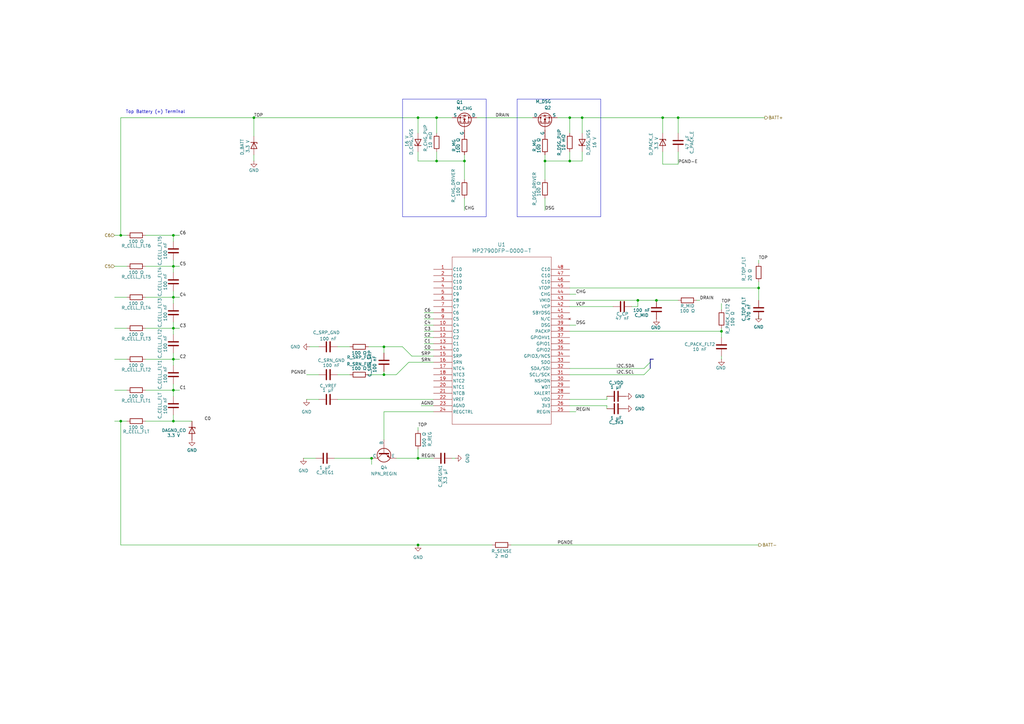
<source format=kicad_sch>
(kicad_sch (version 20250114) (generator "eeschema") (generator_version "9.0")
  (paper "A3")
  (lib_symbols
    (symbol "Device:C" (pin_numbers (hide yes)) (pin_names (offset 0.254))
      (property "Reference" "C" (at 0.635 2.54 0))
      (property "Value" "C" (at 0.635 -2.54 0))
      (symbol "C_0_1"
        (polyline (pts (xy -2.032 0.762) (xy 2.032 0.762)) (stroke (width 0.508)))
        (polyline (pts (xy -2.032 -0.762) (xy 2.032 -0.762)) (stroke (width 0.508)))
      )
      (symbol "C_1_1"
        (pin passive line (at 0 3.81 270) (length 2.794) (name "~") (number "1"))
        (pin passive line (at 0 -3.81 90) (length 2.794) (name "~") (number "2"))
      )
    )
    (symbol "Device:D_Zener" (pin_numbers (hide yes)) (pin_names (offset 1.016) (hide yes))
      (property "Reference" "D" (at 0 2.54 0))
      (property "Value" "D_Zener" (at 0 -2.54 0))
      (symbol "D_Zener_0_1"
        (polyline (pts (xy -1.27 -1.27) (xy -1.27 1.27) (xy -0.762 1.27)) (stroke (width 0.254)))
        (polyline (pts (xy 1.27 0) (xy -1.27 0)))
        (polyline (pts (xy 1.27 -1.27) (xy 1.27 1.27) (xy -1.27 0) (xy 1.27 -1.27)) (stroke (width 0.254)))
      )
      (symbol "D_Zener_1_1"
        (pin passive line (at -3.81 0 0) (length 2.54) (name "K") (number "1"))
        (pin passive line (at 3.81 0 180) (length 2.54) (name "A") (number "2"))
      )
    )
    (symbol "Device:R" (pin_numbers (hide yes)) (pin_names (offset 0))
      (property "Reference" "R" (at 2.032 0 90))
      (property "Value" "R" (at 0 0 90))
      (symbol "R_0_1"
        (rectangle (start -1.016 -2.54) (end 1.016 2.54) (stroke (width 0.254)))
      )
      (symbol "R_1_1"
        (pin passive line (at 0 3.81 270) (length 1.27) (name "~") (number "1"))
        (pin passive line (at 0 -3.81 90) (length 1.27) (name "~") (number "2"))
      )
    )
    (symbol "MP2790:MP2790DFP-0000-T" (pin_names (offset 0.254))
      (property "Reference" "U" (at 27.94 10.16 0))
      (property "Value" "MP2790DFP-0000-T" (at 27.94 7.62 0))
      (symbol "MP2790DFP-0000-T_0_1"
        (polyline (pts (xy 7.62 5.08) (xy 7.62 -63.5)) (stroke (width 0.127)))
        (polyline (pts (xy 7.62 -63.5) (xy 48.26 -63.5)) (stroke (width 0.127)))
        (polyline (pts (xy 48.26 5.08) (xy 7.62 5.08)) (stroke (width 0.127)))
        (polyline (pts (xy 48.26 -63.5) (xy 48.26 5.08)) (stroke (width 0.127)))
        (pin input line (at 0 0 0) (length 7.62) (name "C10") (number "1"))
        (pin input line (at 0 -2.54 0) (length 7.62) (name "C10") (number "2"))
        (pin input line (at 0 -5.08 0) (length 7.62) (name "C10") (number "3"))
        (pin input line (at 0 -7.62 0) (length 7.62) (name "C10") (number "4"))
        (pin input line (at 0 -10.16 0) (length 7.62) (name "C9") (number "5"))
        (pin input line (at 0 -12.7 0) (length 7.62) (name "C8") (number "6"))
        (pin input line (at 0 -15.24 0) (length 7.62) (name "C7") (number "7"))
        (pin input line (at 0 -17.78 0) (length 7.62) (name "C6") (number "8"))
        (pin input line (at 0 -20.32 0) (length 7.62) (name "C5") (number "9"))
        (pin input line (at 0 -22.86 0) (length 7.62) (name "C4") (number "10"))
        (pin input line (at 0 -25.4 0) (length 7.62) (name "C3") (number "11"))
        (pin input line (at 0 -27.94 0) (length 7.62) (name "C2") (number "12"))
        (pin input line (at 0 -30.48 0) (length 7.62) (name "C1") (number "13"))
        (pin input line (at 0 -33.02 0) (length 7.62) (name "C0") (number "14"))
        (pin input line (at 0 -35.56 0) (length 7.62) (name "SRP") (number "15"))
        (pin input line (at 0 -38.1 0) (length 7.62) (name "SRN") (number "16"))
        (pin input line (at 0 -40.64 0) (length 7.62) (name "NTC4") (number "17"))
        (pin input line (at 0 -43.18 0) (length 7.62) (name "NTC3") (number "18"))
        (pin input line (at 0 -45.72 0) (length 7.62) (name "NTC2") (number "19"))
        (pin input line (at 0 -48.26 0) (length 7.62) (name "NTC1") (number "20"))
        (pin output line (at 0 -50.8 0) (length 7.62) (name "NTCB") (number "21"))
        (pin power_in line (at 0 -53.34 0) (length 7.62) (name "VREF") (number "22"))
        (pin power_in line (at 0 -55.88 0) (length 7.62) (name "AGND") (number "23"))
        (pin power_in line (at 0 -58.42 0) (length 7.62) (name "REGCTRL") (number "24"))
        (pin input line (at 55.88 0 180) (length 7.62) (name "C10") (number "48"))
        (pin input line (at 55.88 -2.54 180) (length 7.62) (name "C10") (number "47"))
        (pin input line (at 55.88 -5.08 180) (length 7.62) (name "C10") (number "46"))
        (pin power_in line (at 55.88 -7.62 180) (length 7.62) (name "VTOP") (number "45"))
        (pin output line (at 55.88 -10.16 180) (length 7.62) (name "CHG") (number "44"))
        (pin power_in line (at 55.88 -12.7 180) (length 7.62) (name "VMID") (number "43"))
        (pin power_in line (at 55.88 -15.24 180) (length 7.62) (name "VCP") (number "42"))
        (pin output line (at 55.88 -17.78 180) (length 7.62) (name "SBYDSG") (number "41"))
        (pin no_connect line (at 55.88 -20.32 180) (length 7.62) (name "N/C") (number "40"))
        (pin output line (at 55.88 -22.86 180) (length 7.62) (name "DSG") (number "39"))
        (pin bidirectional line (at 55.88 -25.4 180) (length 7.62) (name "PACKP") (number "38"))
        (pin bidirectional line (at 55.88 -27.94 180) (length 7.62) (name "GPIOHV1") (number "37"))
        (pin bidirectional line (at 55.88 -30.48 180) (length 7.62) (name "GPIO1") (number "36"))
        (pin bidirectional line (at 55.88 -33.02 180) (length 7.62) (name "GPIO2") (number "35"))
        (pin bidirectional line (at 55.88 -35.56 180) (length 7.62) (name "GPIO3/NCS") (number "34"))
        (pin output line (at 55.88 -38.1 180) (length 7.62) (name "SDO") (number "33"))
        (pin bidirectional line (at 55.88 -40.64 180) (length 7.62) (name "SDA/SDI") (number "32"))
        (pin input line (at 55.88 -43.18 180) (length 7.62) (name "SCL/SCK") (number "31"))
        (pin input line (at 55.88 -45.72 180) (length 7.62) (name "NSHDN") (number "30"))
        (pin bidirectional line (at 55.88 -48.26 180) (length 7.62) (name "WDT") (number "29"))
        (pin output line (at 55.88 -50.8 180) (length 7.62) (name "XALERT") (number "28"))
        (pin power_in line (at 55.88 -53.34 180) (length 7.62) (name "VDD") (number "27"))
        (pin power_in line (at 55.88 -55.88 180) (length 7.62) (name "3V3") (number "26"))
        (pin power_in line (at 55.88 -58.42 180) (length 7.62) (name "REGIN") (number "25"))
      )
    )
    (symbol "Simulation_SPICE:NMOS" (pin_numbers (hide yes)) (pin_names (offset 0))
      (property "Reference" "Q" (at 5.08 1.27 0))
      (property "Value" "NMOS" (at 5.08 -1.27 0))
      (symbol "NMOS_0_1"
        (polyline (pts (xy 0.254 1.905) (xy 0.254 -1.905)) (stroke (width 0.254)))
        (polyline (pts (xy 0.254 0) (xy -2.54 0)))
        (polyline (pts (xy 0.762 2.286) (xy 0.762 1.27)) (stroke (width 0.254)))
        (polyline (pts (xy 0.762 0.508) (xy 0.762 -0.508)) (stroke (width 0.254)))
        (polyline (pts (xy 0.762 -1.27) (xy 0.762 -2.286)) (stroke (width 0.254)))
        (polyline (pts (xy 0.762 -1.778) (xy 3.302 -1.778) (xy 3.302 1.778) (xy 0.762 1.778)))
        (polyline (pts (xy 1.016 0) (xy 2.032 0.381) (xy 2.032 -0.381) (xy 1.016 0)) (fill (type outline)))
        (circle (center 1.651 0) (radius 2.794) (stroke (width 0.254)))
        (polyline (pts (xy 2.54 2.54) (xy 2.54 1.778)))
        (circle (center 2.54 1.778) (radius 0.254) (fill (type outline)))
        (circle (center 2.54 -1.778) (radius 0.254) (fill (type outline)))
        (polyline (pts (xy 2.54 -2.54) (xy 2.54 0) (xy 0.762 0)))
        (polyline (pts (xy 2.794 0.508) (xy 2.921 0.381) (xy 3.683 0.381) (xy 3.81 0.254)))
        (polyline (pts (xy 3.302 0.381) (xy 2.921 -0.254) (xy 3.683 -0.254) (xy 3.302 0.381)))
      )
      (symbol "NMOS_1_1"
        (pin input line (at -5.08 0 0) (length 2.54) (name "G") (number "2"))
        (pin passive line (at 2.54 5.08 270) (length 2.54) (name "D") (number "1"))
        (pin passive line (at 2.54 -5.08 90) (length 2.54) (name "S") (number "3"))
      )
    )
    (symbol "Simulation_SPICE:NPN" (pin_numbers (hide yes)) (pin_names (offset 0))
      (property "Reference" "Q" (at -2.54 7.62 0))
      (property "Value" "NPN" (at -2.54 5.08 0))
      (symbol "NPN_0_1"
        (polyline (pts (xy -2.54 0) (xy 0.635 0)) (stroke (width 0.1524)))
        (polyline (pts (xy 0.635 1.905) (xy 0.635 -1.905) (xy 0.635 -1.905)) (stroke (width 0.508)))
        (polyline (pts (xy 0.635 0.635) (xy 2.54 2.54)))
        (polyline (pts (xy 0.635 -0.635) (xy 2.54 -2.54) (xy 2.54 -2.54)))
        (circle (center 1.27 0) (radius 2.8194) (stroke (width 0.254)))
        (polyline (pts (xy 1.27 -1.778) (xy 1.778 -1.27) (xy 2.286 -2.286) (xy 1.27 -1.778) (xy 1.27 -1.778)) (fill (type outline)))
        (polyline (pts (xy 2.794 -1.27) (xy 2.794 -1.27)) (stroke (width 0.1524)))
        (polyline (pts (xy 2.794 -1.27) (xy 2.794 -1.27)) (stroke (width 0.1524)))
      )
      (symbol "NPN_1_1"
        (pin input line (at -5.08 0 0) (length 2.54) (name "B") (number "2"))
        (pin open_collector line (at 2.54 5.08 270) (length 2.54) (name "C") (number "1"))
        (pin open_emitter line (at 2.54 -5.08 90) (length 2.54) (name "E") (number "3"))
      )
    )
    (symbol "power:GND" (power) (pin_numbers (hide yes)) (pin_names (offset 0) (hide yes))
      (property "Value" "GND" (at 0 -3.81 0))
      (symbol "GND_0_1"
        (polyline (pts (xy 0 0) (xy 0 -1.27) (xy 1.27 -1.27) (xy 0 -2.54) (xy -1.27 -1.27) (xy 0 -1.27)))
      )
      (symbol "GND_1_1"
        (pin power_in line (at 0 0 270) (length 0) (name "~") (number "1"))
      )
    )
  )
  (rectangle (start 165.1 40.64) (end 199.39 88.9))
  (rectangle (start 212.09 40.64) (end 246.38 88.9))
  (text "Top Battery (+) Terminal" (at 63.754 45.974 0) (effects (font (size 1.27 1.27))))
  (junction (at 261.62 123.19))
  (junction (at 49.53 172.72))
  (junction (at 238.76 48.26))
  (junction (at 311.15 118.11))
  (junction (at 157.48 142.24))
  (junction (at 233.68 48.26))
  (junction (at 104.14 48.26))
  (junction (at 179.07 66.04))
  (junction (at 223.52 66.04))
  (junction (at 71.12 109.22))
  (junction (at 71.12 134.62))
  (junction (at 71.12 121.92))
  (junction (at 171.45 223.52))
  (junction (at 71.12 160.02))
  (junction (at 71.12 96.52))
  (junction (at 271.78 48.26))
  (junction (at 233.68 66.04))
  (junction (at 190.5 66.04))
  (junction (at 71.12 147.32))
  (junction (at 49.53 96.52))
  (junction (at 152.4 187.96))
  (junction (at 157.48 153.67))
  (junction (at 269.24 123.19))
  (junction (at 278.13 48.26))
  (junction (at 171.45 187.96))
  (junction (at 171.45 48.26))
  (junction (at 179.07 48.26))
  (junction (at 295.91 135.89))
  (junction (at 71.12 172.72))
  (bus_entry (at 264.16 153.67) (size 2.54 -2.54))
  (bus_entry (at 264.16 151.13) (size 2.54 -2.54))
  (wire (pts (xy 157.48 142.24) (xy 165.1 142.24)))
  (wire (pts (xy 173.99 130.81) (xy 177.8 130.81)))
  (wire (pts (xy 59.69 109.22) (xy 71.12 109.22)))
  (wire (pts (xy 59.69 121.92) (xy 71.12 121.92)))
  (wire (pts (xy 138.43 142.24) (xy 143.51 142.24)))
  (wire (pts (xy 49.53 223.52) (xy 171.45 223.52)))
  (wire (pts (xy 73.66 147.32) (xy 71.12 147.32)))
  (bus (pts (xy 266.7 148.59) (xy 266.7 151.13)))
  (wire (pts (xy 173.99 128.27) (xy 177.8 128.27)))
  (wire (pts (xy 223.52 66.04) (xy 223.52 63.5)))
  (wire (pts (xy 311.15 123.19) (xy 311.15 118.11)))
  (wire (pts (xy 233.68 54.61) (xy 233.68 48.26)))
  (wire (pts (xy 295.91 146.05) (xy 295.91 147.32)))
  (wire (pts (xy 311.15 106.68) (xy 311.15 107.95)))
  (wire (pts (xy 49.53 172.72) (xy 49.53 223.52)))
  (wire (pts (xy 167.64 148.59) (xy 177.8 148.59)))
  (wire (pts (xy 171.45 66.04) (xy 179.07 66.04)))
  (wire (pts (xy 233.68 48.26) (xy 238.76 48.26)))
  (wire (pts (xy 73.66 121.92) (xy 71.12 121.92)))
  (wire (pts (xy 223.52 86.36) (xy 223.52 81.28)))
  (wire (pts (xy 59.69 172.72) (xy 71.12 172.72)))
  (wire (pts (xy 162.56 153.67) (xy 167.64 148.59)))
  (wire (pts (xy 195.58 48.26) (xy 218.44 48.26)))
  (wire (pts (xy 157.48 152.4) (xy 157.48 153.67)))
  (wire (pts (xy 104.14 48.26) (xy 104.14 55.88)))
  (wire (pts (xy 185.42 187.96) (xy 186.69 187.96)))
  (wire (pts (xy 278.13 48.26) (xy 271.78 48.26)))
  (wire (pts (xy 125.73 163.83) (xy 130.81 163.83)))
  (wire (pts (xy 71.12 96.52) (xy 71.12 99.06)))
  (wire (pts (xy 233.68 135.89) (xy 295.91 135.89)))
  (wire (pts (xy 238.76 66.04) (xy 238.76 62.23)))
  (wire (pts (xy 190.5 66.04) (xy 190.5 63.5)))
  (wire (pts (xy 71.12 96.52) (xy 73.66 96.52)))
  (wire (pts (xy 248.92 163.83) (xy 248.92 162.56)))
  (wire (pts (xy 49.53 172.72) (xy 52.07 172.72)))
  (wire (pts (xy 173.99 138.43) (xy 177.8 138.43)))
  (wire (pts (xy 179.07 48.26) (xy 185.42 48.26)))
  (wire (pts (xy 311.15 115.57) (xy 311.15 118.11)))
  (wire (pts (xy 168.91 146.05) (xy 165.1 142.24)))
  (wire (pts (xy 157.48 153.67) (xy 151.13 153.67)))
  (wire (pts (xy 171.45 187.96) (xy 177.8 187.96)))
  (wire (pts (xy 278.13 62.23) (xy 278.13 67.31)))
  (wire (pts (xy 233.68 151.13) (xy 264.16 151.13)))
  (wire (pts (xy 171.45 223.52) (xy 201.93 223.52)))
  (wire (pts (xy 236.22 120.65) (xy 233.68 120.65)))
  (wire (pts (xy 171.45 48.26) (xy 179.07 48.26)))
  (bus (pts (xy 266.7 148.59) (xy 266.7 147.32)))
  (wire (pts (xy 59.69 160.02) (xy 71.12 160.02)))
  (wire (pts (xy 59.69 96.52) (xy 71.12 96.52)))
  (wire (pts (xy 261.62 123.19) (xy 269.24 123.19)))
  (wire (pts (xy 71.12 149.86) (xy 71.12 147.32)))
  (wire (pts (xy 71.12 124.46) (xy 71.12 121.92)))
  (wire (pts (xy 73.66 134.62) (xy 71.12 134.62)))
  (wire (pts (xy 261.62 123.19) (xy 261.62 125.73)))
  (wire (pts (xy 71.12 160.02) (xy 71.12 157.48)))
  (wire (pts (xy 71.12 109.22) (xy 71.12 111.76)))
  (wire (pts (xy 271.78 67.31) (xy 278.13 67.31)))
  (wire (pts (xy 59.69 134.62) (xy 71.12 134.62)))
  (wire (pts (xy 157.48 168.91) (xy 177.8 168.91)))
  (wire (pts (xy 157.48 180.34) (xy 157.48 168.91)))
  (wire (pts (xy 233.68 125.73) (xy 251.46 125.73)))
  (wire (pts (xy 233.68 118.11) (xy 311.15 118.11)))
  (wire (pts (xy 171.45 187.96) (xy 162.56 187.96)))
  (wire (pts (xy 46.99 121.92) (xy 52.07 121.92)))
  (wire (pts (xy 49.53 96.52) (xy 52.07 96.52)))
  (wire (pts (xy 228.6 48.26) (xy 233.68 48.26)))
  (wire (pts (xy 71.12 147.32) (xy 71.12 144.78)))
  (wire (pts (xy 152.4 190.5) (xy 152.4 187.96)))
  (wire (pts (xy 59.69 147.32) (xy 71.12 147.32)))
  (wire (pts (xy 138.43 163.83) (xy 177.8 163.83)))
  (wire (pts (xy 271.78 54.61) (xy 271.78 48.26)))
  (wire (pts (xy 46.99 134.62) (xy 52.07 134.62)))
  (wire (pts (xy 295.91 124.46) (xy 295.91 127)))
  (wire (pts (xy 162.56 153.67) (xy 157.48 153.67)))
  (wire (pts (xy 157.48 142.24) (xy 157.48 144.78)))
  (wire (pts (xy 278.13 54.61) (xy 278.13 48.26)))
  (wire (pts (xy 104.14 48.26) (xy 171.45 48.26)))
  (wire (pts (xy 261.62 125.73) (xy 259.08 125.73)))
  (wire (pts (xy 71.12 134.62) (xy 71.12 132.08)))
  (wire (pts (xy 127 142.24) (xy 130.81 142.24)))
  (wire (pts (xy 238.76 48.26) (xy 271.78 48.26)))
  (wire (pts (xy 171.45 54.61) (xy 171.45 48.26)))
  (wire (pts (xy 171.45 184.15) (xy 171.45 187.96)))
  (wire (pts (xy 46.99 172.72) (xy 49.53 172.72)))
  (wire (pts (xy 238.76 54.61) (xy 238.76 48.26)))
  (wire (pts (xy 295.91 134.62) (xy 295.91 135.89)))
  (wire (pts (xy 271.78 67.31) (xy 271.78 62.23)))
  (wire (pts (xy 287.02 123.19) (xy 285.75 123.19)))
  (wire (pts (xy 71.12 172.72) (xy 78.74 172.72)))
  (wire (pts (xy 49.53 48.26) (xy 49.53 96.52)))
  (wire (pts (xy 248.92 166.37) (xy 248.92 167.64)))
  (wire (pts (xy 179.07 54.61) (xy 179.07 48.26)))
  (wire (pts (xy 71.12 106.68) (xy 71.12 109.22)))
  (wire (pts (xy 269.24 123.19) (xy 278.13 123.19)))
  (bus (pts (xy 266.7 147.32) (xy 267.97 147.32)))
  (wire (pts (xy 151.13 142.24) (xy 157.48 142.24)))
  (wire (pts (xy 71.12 162.56) (xy 71.12 160.02)))
  (wire (pts (xy 73.66 160.02) (xy 71.12 160.02)))
  (wire (pts (xy 236.22 168.91) (xy 233.68 168.91)))
  (wire (pts (xy 137.16 187.96) (xy 152.4 187.96)))
  (wire (pts (xy 46.99 96.52) (xy 49.53 96.52)))
  (wire (pts (xy 125.73 153.67) (xy 130.81 153.67)))
  (wire (pts (xy 223.52 66.04) (xy 223.52 73.66)))
  (wire (pts (xy 190.5 66.04) (xy 179.07 66.04)))
  (wire (pts (xy 173.99 143.51) (xy 177.8 143.51)))
  (wire (pts (xy 311.15 130.81) (xy 311.15 129.54)))
  (wire (pts (xy 177.8 146.05) (xy 168.91 146.05)))
  (wire (pts (xy 278.13 48.26) (xy 313.69 48.26)))
  (wire (pts (xy 71.12 137.16) (xy 71.12 134.62)))
  (wire (pts (xy 295.91 135.89) (xy 295.91 138.43)))
  (wire (pts (xy 173.99 133.35) (xy 177.8 133.35)))
  (wire (pts (xy 233.68 166.37) (xy 248.92 166.37)))
  (wire (pts (xy 71.12 170.18) (xy 71.12 172.72)))
  (wire (pts (xy 46.99 160.02) (xy 52.07 160.02)))
  (wire (pts (xy 190.5 66.04) (xy 190.5 73.66)))
  (wire (pts (xy 173.99 140.97) (xy 177.8 140.97)))
  (wire (pts (xy 49.53 48.26) (xy 104.14 48.26)))
  (wire (pts (xy 190.5 86.36) (xy 190.5 81.28)))
  (wire (pts (xy 233.68 62.23) (xy 233.68 66.04)))
  (wire (pts (xy 46.99 109.22) (xy 52.07 109.22)))
  (wire (pts (xy 223.52 66.04) (xy 233.68 66.04)))
  (wire (pts (xy 179.07 62.23) (xy 179.07 66.04)))
  (wire (pts (xy 233.68 163.83) (xy 248.92 163.83)))
  (wire (pts (xy 104.14 66.04) (xy 104.14 63.5)))
  (wire (pts (xy 124.46 187.96) (xy 129.54 187.96)))
  (wire (pts (xy 71.12 119.38) (xy 71.12 121.92)))
  (wire (pts (xy 138.43 153.67) (xy 143.51 153.67)))
  (wire (pts (xy 173.99 135.89) (xy 177.8 135.89)))
  (wire (pts (xy 171.45 62.23) (xy 171.45 66.04)))
  (wire (pts (xy 73.66 109.22) (xy 71.12 109.22)))
  (wire (pts (xy 46.99 147.32) (xy 52.07 147.32)))
  (wire (pts (xy 233.68 153.67) (xy 264.16 153.67)))
  (wire (pts (xy 209.55 223.52) (xy 311.15 223.52)))
  (wire (pts (xy 233.68 66.04) (xy 238.76 66.04)))
  (wire (pts (xy 171.45 175.26) (xy 171.45 176.53)))
  (wire (pts (xy 172.72 166.37) (xy 177.8 166.37)))
  (wire (pts (xy 236.22 133.35) (xy 233.68 133.35)))
  (wire (pts (xy 233.68 123.19) (xy 261.62 123.19)))
  (label "C2" (at 73.66 147.32 0))
  (label "C4" (at 73.66 121.92 0))
  (label "C0" (at 173.99 143.51 0))
  (label "C6" (at 173.99 128.27 0))
  (label "C1" (at 173.99 140.97 0))
  (label "I2C.SDA" (at 252.73 151.13 0))
  (label "C3" (at 73.66 134.62 0))
  (label "C6" (at 73.66 96.52 0))
  (label "VCP" (at 236.22 125.73 0))
  (label "CHG" (at 236.22 120.65 0))
  (label "TOP" (at 104.14 48.26 0))
  (label "PGNDE" (at 228.6 223.52 0))
  (label "SRP" (at 172.72 146.05 0))
  (label "REGIN" (at 236.22 168.91 0))
  (label "DSG" (at 236.22 133.35 0))
  (label "DSG" (at 223.52 86.36 0))
  (label "SRN" (at 172.72 148.59 0))
  (label "TOP" (at 311.15 106.68 0))
  (label "REGIN" (at 172.72 187.96 0))
  (label "TOP" (at 171.45 175.26 0))
  (label "C0" (at 83.82 172.72 0))
  (label "C3" (at 173.99 135.89 0))
  (label "CHG" (at 190.5 86.36 0))
  (label "PGND-E" (at 278.13 67.31 0))
  (label "AGND" (at 172.72 166.37 0))
  (label "PGNDE" (at 125.73 153.67 180))
  (label "TOP" (at 295.91 124.46 0))
  (label "C5" (at 173.99 130.81 0))
  (label "I2C.SCL" (at 252.73 153.67 0))
  (label "C5" (at 73.66 109.22 0))
  (label "C4" (at 173.99 133.35 0))
  (label "C1" (at 73.66 160.02 0))
  (label "DRAIN" (at 203.2 48.26 0))
  (label "DRAIN" (at 287.02 123.19 0))
  (label "C2" (at 173.99 138.43 0))
  (hierarchical_label "BATT+" (shape output) (at 313.69 48.26 0))
  (hierarchical_label "C5" (shape input) (at 46.99 109.22 180))
  (hierarchical_label "C6" (shape input) (at 46.99 96.52 180))
  (hierarchical_label "BATT-" (shape output) (at 311.15 223.52 0))
  (symbol (lib_id "Device:R") (at 223.52 59.69 180) (unit 1)
    (property "Reference" "R_MG" (at 219.202 59.69 90))
    (property "Value" "100 Ω" (at 220.98 59.69 90))
    (property "Description" "Resistor" (effects (hide yes)))
  )
  (symbol (lib_id "Device:D_Zener") (at 238.76 58.42 90) (unit 1)
    (property "Reference" "D_DSG_VGS" (at 241.3 58.42 0))
    (property "Value" "16 V" (at 243.84 58.42 0))
    (property "Description" "Zener diode" (effects (hide yes)))
  )
  (symbol (lib_id "Device:C") (at 269.24 127 0) (unit 1)
    (property "Reference" "C_MID" (at 263.144 129.286 0))
    (property "Value" "100 nF" (at 263.144 127.254 0))
    (property "Description" "Unpolarized capacitor" (effects (hide yes)))
  )
  (symbol (lib_id "Device:R") (at 171.45 180.34 180) (unit 1)
    (property "Reference" "R_REG" (at 176.276 180.086 90))
    (property "Value" "500 Ω" (at 173.99 180.34 90))
    (property "Description" "Resistor" (effects (hide yes)))
  )
  (symbol (lib_id "Device:R") (at 147.32 153.67 270) (unit 1)
    (property "Reference" "R_SRN_FLT" (at 147.32 149.352 90))
    (property "Value" "100 Ω" (at 147.32 151.13 90))
    (property "Description" "Resistor" (effects (hide yes)))
  )
  (symbol (lib_id "MP2790:MP2790DFP-0000-T") (at 177.8 110.49 0) (unit 1)
    (property "Reference" "U1" (at 205.74 100.33 0) (effects (font (size 1.524 1.524))))
    (property "Value" "MP2790DFP-0000-T" (at 205.74 102.87 0) (effects (font (size 1.524 1.524))))
    (property "Footprint" "TQFP-48_MP2790_MNP" (effects (hide yes)))
    (property "Datasheet" "MP2790DFP-0000-T" (effects (hide yes)))
  )
  (symbol (lib_id "Device:C") (at 252.73 162.56 90) (unit 1)
    (property "Reference" "C_VDD" (at 252.73 156.972 90))
    (property "Value" "1 μF" (at 252.73 158.75 90))
    (property "Description" "Unpolarized capacitor" (effects (hide yes)))
  )
  (symbol (lib_id "Device:R") (at 55.88 109.22 90) (unit 1)
    (property "Reference" "R_CELL_FLT5" (at 55.88 113.538 90))
    (property "Value" "100 Ω" (at 55.88 111.76 90))
    (property "Description" "Resistor" (effects (hide yes)))
  )
  (symbol (lib_id "power:GND") (at 269.24 130.81 0) (unit 1)
    (property "Reference" "#PWR07" (effects (hide yes)))
    (property "Value" "GND" (at 271.018 134.366 0) (effects (justify right)))
    (property "Description" "Power symbol creates a global label with name \"GND\" , ground" (effects (hide yes)))
  )
  (symbol (lib_id "power:GND") (at 256.54 162.56 90) (unit 1)
    (property "Reference" "#PWR08" (effects (hide yes)))
    (property "Value" "GND" (at 260.35 162.5599 90) (effects (justify right)))
    (property "Description" "Power symbol creates a global label with name \"GND\" , ground" (effects (hide yes)))
  )
  (symbol (lib_id "Device:R") (at 55.88 172.72 90) (unit 1)
    (property "Reference" "R_CELL_FLT" (at 55.88 177.038 90))
    (property "Value" "100 Ω" (at 55.88 175.26 90))
    (property "Description" "Resistor" (effects (hide yes)))
  )
  (symbol (lib_id "Device:C") (at 252.73 167.64 270) (unit 1)
    (property "Reference" "C_3V3" (at 252.73 173.228 90))
    (property "Value" "1 μF" (at 252.73 171.45 90))
    (property "Description" "Unpolarized capacitor" (effects (hide yes)))
  )
  (symbol (lib_id "Device:C") (at 71.12 128.27 180) (unit 1)
    (property "Reference" "C_CELL_FLT3" (at 65.532 128.27 90))
    (property "Value" "100 nF" (at 67.818 128.27 90))
    (property "Description" "Unpolarized capacitor" (effects (hide yes)))
  )
  (symbol (lib_id "power:GND") (at 125.73 163.83 0) (unit 1)
    (property "Reference" "#PWR09" (effects (hide yes)))
    (property "Value" "GND" (at 125.73 168.91 0))
    (property "Description" "Power symbol creates a global label with name \"GND\" , ground" (effects (hide yes)))
  )
  (symbol (lib_id "Device:C") (at 71.12 153.67 180) (unit 1)
    (property "Reference" "C_CELL_FLT1" (at 65.532 153.67 90))
    (property "Value" "100 nF" (at 67.818 153.67 90))
    (property "Description" "Unpolarized capacitor" (effects (hide yes)))
  )
  (symbol (lib_id "Simulation_SPICE:NMOS") (at 190.5 50.8 270) (mirror x) (unit 1)
    (property "Reference" "Q1" (at 187.198 41.91 90) (effects (justify left)))
    (property "Value" "M_CHG" (at 187.198 44.45 90) (effects (justify left)))
    (property "Datasheet" "https://ngspice.sourceforge.io/docs/ngspice-html-manual/manual.xhtml#cha_MOSFETs" (effects (hide yes)))
    (property "Description" "N-MOSFET transistor, drain/source/gate" (effects (hide yes)))
    (property "Sim.Device" "NMOS" (effects (hide yes)))
    (property "Sim.Type" "VDMOS" (effects (hide yes)))
    (property "Sim.Pins" "1=D 2=G 3=S" (effects (hide yes)))
  )
  (symbol (lib_id "Device:C") (at 71.12 166.37 180) (unit 1)
    (property "Reference" "C_CELL_FLT" (at 65.532 166.37 90))
    (property "Value" "100 nF" (at 67.818 166.37 90))
    (property "Description" "Unpolarized capacitor" (effects (hide yes)))
  )
  (symbol (lib_id "power:GND") (at 311.15 129.54 0) (unit 1)
    (property "Reference" "#PWR01" (effects (hide yes)))
    (property "Value" "GND" (at 311.15 134.112 0))
    (property "Description" "Power symbol creates a global label with name \"GND\" , ground" (effects (hide yes)))
  )
  (symbol (lib_id "Simulation_SPICE:NPN") (at 157.48 185.42 90) (mirror x) (unit 1)
    (property "Reference" "Q4" (at 157.48 191.77 90))
    (property "Value" "NPN_REGIN" (at 157.48 194.31 90))
    (property "Datasheet" "https://ngspice.sourceforge.io/docs/ngspice-html-manual/manual.xhtml#cha_BJTs" (effects (hide yes)))
    (property "Description" "Bipolar transistor symbol for simulation only, substrate tied to the emitter" (effects (hide yes)))
    (property "Sim.Device" "NPN" (effects (hide yes)))
    (property "Sim.Type" "GUMMELPOON" (effects (hide yes)))
    (property "Sim.Pins" "1=C 2=B 3=E" (effects (hide yes)))
  )
  (symbol (lib_id "Device:C") (at 134.62 153.67 90) (unit 1)
    (property "Reference" "C_SRN_GND" (at 135.89 147.828 90))
    (property "Value" "100 nF" (at 135.89 149.86 90))
    (property "Description" "Unpolarized capacitor" (effects (hide yes)))
  )
  (symbol (lib_id "Device:C") (at 133.35 187.96 270) (unit 1)
    (property "Reference" "C_REG1" (at 133.35 193.802 90))
    (property "Value" "1 μF" (at 133.35 191.77 90))
    (property "Description" "Unpolarized capacitor" (effects (hide yes)))
  )
  (symbol (lib_id "Device:C") (at 181.61 187.96 270) (unit 1)
    (property "Reference" "C_REGIN1" (at 180.594 195.326 0))
    (property "Value" "3.3 μF" (at 182.626 195.326 0))
    (property "Description" "Unpolarized capacitor" (effects (hide yes)))
  )
  (symbol (lib_id "power:GND") (at 256.54 167.64 90) (unit 1)
    (property "Reference" "#PWR06" (effects (hide yes)))
    (property "Value" "GND" (at 260.35 167.64 90) (effects (justify right)))
    (property "Description" "Power symbol creates a global label with name \"GND\" , ground" (effects (hide yes)))
  )
  (symbol (lib_id "Device:C") (at 157.48 148.59 180) (unit 1)
    (property "Reference" "C_SRN_SRP" (at 151.638 149.098 90))
    (property "Value" "100 nF" (at 153.67 149.352 90))
    (property "Description" "Unpolarized capacitor" (effects (hide yes)))
  )
  (symbol (lib_id "Device:C") (at 278.13 58.42 0) (unit 1)
    (property "Reference" "C_PACK_E" (at 283.718 58.42 90))
    (property "Value" "47 μF" (at 281.94 58.42 90))
    (property "Datasheet" "https://content.kemet.com/datasheets/KEM_A4125_A785.pdf" (effects (hide yes)))
    (property "Description" "Unpolarized capacitor" (effects (hide yes)))
    (property "MFR" "KEMET" (effects (hide yes)))
    (property "MFR P/N" "A785KN476M1JLAS045" (effects (hide yes)))
    (property "Supplier_1" "DigiKey" (effects (hide yes)))
    (property "Supplier_1 P/N" "399-A785KN476M1JLAS045TR-ND" (effects (hide yes)))
    (property "Supplier_1 Price @ QTY" "0.97" (effects (hide yes)))
    (property "Supplier_1 Unit Price" "1" (effects (hide yes)))
  )
  (symbol (lib_id "Device:R") (at 55.88 121.92 90) (unit 1)
    (property "Reference" "R_CELL_FLT4" (at 55.88 126.238 90))
    (property "Value" "100 Ω" (at 55.88 124.46 90))
    (property "Description" "Resistor" (effects (hide yes)))
  )
  (symbol (lib_id "Device:R") (at 223.52 77.47 180) (unit 1)
    (property "Reference" "R_DSG_DRIVER" (at 219.202 77.47 90))
    (property "Value" "100 Ω" (at 220.98 77.47 90))
    (property "Description" "Resistor" (effects (hide yes)))
  )
  (symbol (lib_id "power:GND") (at 124.46 187.96 0) (unit 1)
    (property "Reference" "#PWR010" (effects (hide yes)))
    (property "Value" "GND" (at 124.46 193.04 0))
    (property "Description" "Power symbol creates a global label with name \"GND\" , ground" (effects (hide yes)))
  )
  (symbol (lib_id "Device:R") (at 55.88 147.32 90) (unit 1)
    (property "Reference" "R_CELL_FLT2" (at 55.88 151.638 90))
    (property "Value" "100 Ω" (at 55.88 149.86 90))
    (property "Description" "Resistor" (effects (hide yes)))
  )
  (symbol (lib_id "Device:C") (at 255.27 125.73 90) (unit 1)
    (property "Reference" "C_CP" (at 255.27 128.778 90))
    (property "Value" "47 nF" (at 255.27 130.556 90))
    (property "Description" "Unpolarized capacitor" (effects (hide yes)))
  )
  (symbol (lib_id "power:GND") (at 186.69 187.96 90) (unit 1)
    (property "Reference" "#PWR016" (effects (hide yes)))
    (property "Value" "GND" (at 191.77 187.96 0))
    (property "Description" "Power symbol creates a global label with name \"GND\" , ground" (effects (hide yes)))
  )
  (symbol (lib_id "Device:R") (at 190.5 59.69 180) (unit 1)
    (property "Reference" "R_MG" (at 186.182 59.69 90))
    (property "Value" "100 Ω" (at 187.96 59.69 90))
    (property "Description" "Resistor" (effects (hide yes)))
  )
  (symbol (lib_id "Device:C") (at 71.12 140.97 180) (unit 1)
    (property "Reference" "C_CELL_FLT2" (at 65.532 140.97 90))
    (property "Value" "100 nF" (at 67.818 140.97 90))
    (property "Description" "Unpolarized capacitor" (effects (hide yes)))
  )
  (symbol (lib_id "Device:C") (at 71.12 115.57 180) (unit 1)
    (property "Reference" "C_CELL_FLT4" (at 65.532 115.57 90))
    (property "Value" "100 nF" (at 67.818 115.57 90))
    (property "Description" "Unpolarized capacitor" (effects (hide yes)))
  )
  (symbol (lib_id "Device:D_Zener") (at 104.14 59.69 270) (unit 1)
    (property "Reference" "D_BATT" (at 99.314 56.896 0) (effects (justify left)))
    (property "Value" "3.3 V" (at 101.6 57.404 0) (effects (justify left)))
    (property "Description" "Zener diode" (effects (hide yes)))
  )
  (symbol (lib_id "Device:D_Zener") (at 271.78 58.42 270) (unit 1)
    (property "Reference" "D_PACK_E" (at 266.954 54.356 0) (effects (justify left)))
    (property "Value" "3.3 V" (at 269.24 56.134 0) (effects (justify left)))
    (property "Description" "Zener diode" (effects (hide yes)))
  )
  (symbol (lib_id "power:GND") (at 127 142.24 270) (unit 1)
    (property "Reference" "#PWR03" (effects (hide yes)))
    (property "Value" "GND" (at 123.19 142.2399 90) (effects (justify right)))
    (property "Description" "Power symbol creates a global label with name \"GND\" , ground" (effects (hide yes)))
  )
  (symbol (lib_id "Simulation_SPICE:NMOS") (at 223.52 50.8 90) (unit 1)
    (property "Reference" "Q2" (at 226.06 44.196 90) (effects (justify left)))
    (property "Value" "M_DSG" (at 226.06 41.656 90) (effects (justify left)))
    (property "Datasheet" "https://ngspice.sourceforge.io/docs/ngspice-html-manual/manual.xhtml#cha_MOSFETs" (effects (hide yes)))
    (property "Description" "N-MOSFET transistor, drain/source/gate" (effects (hide yes)))
    (property "Sim.Device" "NMOS" (effects (hide yes)))
    (property "Sim.Type" "VDMOS" (effects (hide yes)))
    (property "Sim.Pins" "1=D 2=G 3=S" (effects (hide yes)))
  )
  (symbol (lib_id "Device:D_Zener") (at 78.74 176.53 270) (unit 1)
    (property "Reference" "DAGND_CO" (at 66.294 176.53 90) (effects (justify left)))
    (property "Value" "3.3 V" (at 68.58 178.562 90) (effects (justify left)))
    (property "Description" "Zener diode" (effects (hide yes)))
  )
  (symbol (lib_id "power:GND") (at 78.74 180.34 0) (unit 1)
    (property "Reference" "#PWR02" (effects (hide yes)))
    (property "Value" "GND" (at 78.74 184.658 0))
    (property "Description" "Power symbol creates a global label with name \"GND\" , ground" (effects (hide yes)))
  )
  (symbol (lib_id "Device:R") (at 295.91 130.81 180) (unit 1)
    (property "Reference" "R_PACK_FLT2" (at 298.45 130.81 90))
    (property "Value" "100 Ω" (at 300.482 130.81 90))
    (property "Description" "Resistor" (effects (hide yes)))
  )
  (symbol (lib_id "Device:C") (at 134.62 163.83 90) (unit 1)
    (property "Reference" "C_VREF" (at 134.62 158.242 90))
    (property "Value" "1 μF" (at 134.62 160.02 90))
    (property "Description" "Unpolarized capacitor" (effects (hide yes)))
  )
  (symbol (lib_id "Device:R") (at 179.07 58.42 180) (unit 1)
    (property "Reference" "R_CHG_PUP" (at 174.498 56.642 90))
    (property "Value" "10 mΩ" (at 176.53 57.404 90))
    (property "Description" "Resistor" (effects (hide yes)))
  )
  (symbol (lib_id "Device:R") (at 233.68 58.42 180) (unit 1)
    (property "Reference" "R_DSG_PUP" (at 229.362 58.42 90))
    (property "Value" "10 mΩ" (at 231.14 58.42 90))
    (property "Description" "Resistor" (effects (hide yes)))
  )
  (symbol (lib_id "Device:C") (at 71.12 102.87 180) (unit 1)
    (property "Reference" "C_CELL_FLT5" (at 65.532 102.87 90))
    (property "Value" "100 nF" (at 67.818 102.87 90))
    (property "Description" "Unpolarized capacitor" (effects (hide yes)))
  )
  (symbol (lib_id "Device:R") (at 311.15 111.76 0) (unit 1)
    (property "Reference" "R_TOP_FLT" (at 305.054 115.316 90) (effects (justify left)))
    (property "Value" "20 Ω" (at 307.594 115.316 90) (effects (justify left)))
    (property "Description" "Resistor" (effects (hide yes)))
  )
  (symbol (lib_id "Device:R") (at 55.88 134.62 90) (unit 1)
    (property "Reference" "R_CELL_FLT3" (at 55.88 138.938 90))
    (property "Value" "100 Ω" (at 55.88 137.16 90))
    (property "Description" "Resistor" (effects (hide yes)))
  )
  (symbol (lib_id "Device:R") (at 205.74 223.52 90) (unit 1)
    (property "Reference" "R_SENSE" (at 205.74 226.06 90))
    (property "Value" "2 mΩ" (at 205.74 228.092 90))
    (property "Description" "Resistor" (effects (hide yes)))
  )
  (symbol (lib_id "Device:R") (at 55.88 160.02 90) (unit 1)
    (property "Reference" "R_CELL_FLT1" (at 55.88 164.338 90))
    (property "Value" "100 Ω" (at 55.88 162.56 90))
    (property "Description" "Resistor" (effects (hide yes)))
  )
  (symbol (lib_id "Device:C") (at 295.91 142.24 180) (unit 1)
    (property "Reference" "C_PACK_FLT2" (at 287.02 141.224 0))
    (property "Value" "10 nF" (at 287.02 143.256 0))
    (property "Description" "Unpolarized capacitor" (effects (hide yes)))
  )
  (symbol (lib_id "Device:R") (at 55.88 96.52 90) (unit 1)
    (property "Reference" "R_CELL_FLT6" (at 55.88 100.838 90))
    (property "Value" "100 Ω" (at 55.88 99.06 90))
    (property "Description" "Resistor" (effects (hide yes)))
  )
  (symbol (lib_id "power:GND") (at 295.91 147.32 0) (unit 1)
    (property "Reference" "#PWR015" (effects (hide yes)))
    (property "Value" "GND" (at 297.688 150.876 0) (effects (justify right)))
    (property "Description" "Power symbol creates a global label with name \"GND\" , ground" (effects (hide yes)))
  )
  (symbol (lib_id "Device:R") (at 281.94 123.19 90) (unit 1)
    (property "Reference" "R_MID" (at 281.94 125.476 90))
    (property "Value" "100 Ω" (at 281.94 127.508 90))
    (property "Description" "Resistor" (effects (hide yes)))
  )
  (symbol (lib_id "Device:D_Zener") (at 171.45 58.42 90) (unit 1)
    (property "Reference" "D_CHG_VGS" (at 168.656 58.166 0))
    (property "Value" "16 V" (at 166.878 57.912 0))
    (property "Description" "Zener diode" (effects (hide yes)))
  )
  (symbol (lib_id "Device:C") (at 311.15 127 0) (unit 1)
    (property "Reference" "C_TOP_FLT" (at 305.054 131.826 90) (effects (justify left)))
    (property "Value" "470 nF" (at 307.086 131.572 90) (effects (justify left)))
    (property "Description" "Unpolarized capacitor" (effects (hide yes)))
  )
  (symbol (lib_id "Device:C") (at 134.62 142.24 90) (unit 1)
    (property "Reference" "C_SRP_GND" (at 133.858 136.398 90))
    (property "Value" "100 nF" (at 134.62 138.938 90))
    (property "Description" "Unpolarized capacitor" (effects (hide yes)))
  )
  (symbol (lib_id "power:GND") (at 104.14 66.04 0) (unit 1)
    (property "Reference" "#PWR012" (effects (hide yes)))
    (property "Value" "GND" (at 104.14 69.85 0))
    (property "Description" "Power symbol creates a global label with name \"GND\" , ground" (effects (hide yes)))
  )
  (symbol (lib_id "Device:R") (at 147.32 142.24 90) (unit 1)
    (property "Reference" "R_SRP_FLT" (at 147.32 146.558 90))
    (property "Value" "100 Ω" (at 147.32 144.78 90))
    (property "Description" "Resistor" (effects (hide yes)))
  )
  (symbol (lib_id "power:GND") (at 171.45 223.52 0) (unit 1)
    (property "Reference" "#PWR011" (effects (hide yes)))
    (property "Value" "GND" (at 171.45 228.6 0))
    (property "Description" "Power symbol creates a global label with name \"GND\" , ground" (effects (hide yes)))
  )
  (symbol (lib_id "Device:R") (at 190.5 77.47 180) (unit 1)
    (property "Reference" "R_CHG_DRIVER" (at 185.928 76.2 90))
    (property "Value" "100 Ω" (at 187.96 77.47 90))
    (property "Description" "Resistor" (effects (hide yes)))
  )
)
</source>
